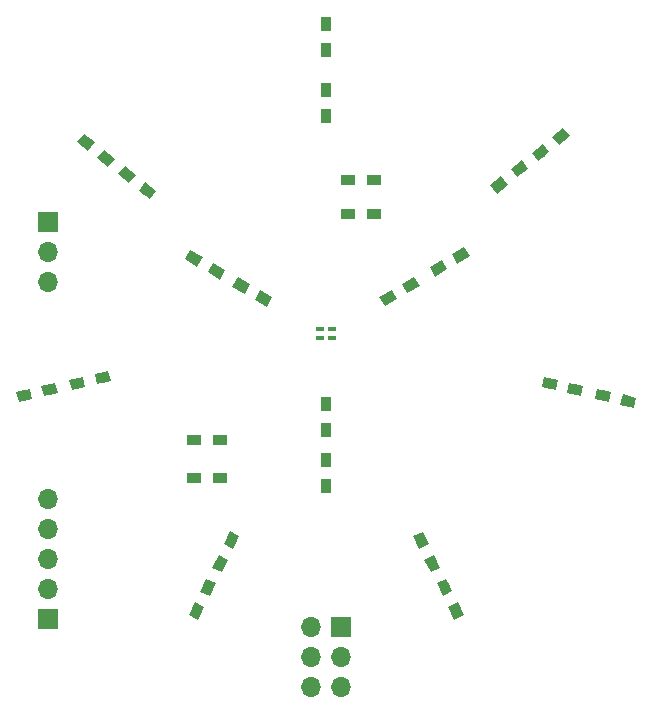
<source format=gbr>
G04 #@! TF.GenerationSoftware,KiCad,Pcbnew,(5.0.0)*
G04 #@! TF.CreationDate,2019-02-21T00:44:54+09:00*
G04 #@! TF.ProjectId,coaster,636F61737465722E6B696361645F7063,rev?*
G04 #@! TF.SameCoordinates,Original*
G04 #@! TF.FileFunction,Soldermask,Top*
G04 #@! TF.FilePolarity,Negative*
%FSLAX46Y46*%
G04 Gerber Fmt 4.6, Leading zero omitted, Abs format (unit mm)*
G04 Created by KiCad (PCBNEW (5.0.0)) date 02/21/19 00:44:54*
%MOMM*%
%LPD*%
G01*
G04 APERTURE LIST*
%ADD10O,1.700000X1.700000*%
%ADD11R,1.700000X1.700000*%
%ADD12R,0.900000X1.200000*%
%ADD13C,0.900000*%
%ADD14C,0.100000*%
%ADD15R,1.200000X0.900000*%
%ADD16R,0.650000X0.400000*%
G04 APERTURE END LIST*
D10*
G04 #@! TO.C,J2*
X131445000Y-80645000D03*
X131445000Y-78105000D03*
D11*
X131445000Y-75565000D03*
G04 #@! TD*
G04 #@! TO.C,CN1*
X156210000Y-109855000D03*
D10*
X153670000Y-109855000D03*
X156210000Y-112395000D03*
X153670000Y-112395000D03*
X156210000Y-114935000D03*
X153670000Y-114935000D03*
G04 #@! TD*
D12*
G04 #@! TO.C,D2*
X155000000Y-58800000D03*
X155000000Y-61000000D03*
G04 #@! TD*
D13*
G04 #@! TO.C,D4*
X178427336Y-90256297D03*
D14*
G36*
X179112122Y-89950409D02*
X178912729Y-90828043D01*
X177742550Y-90562185D01*
X177941943Y-89684551D01*
X179112122Y-89950409D01*
X179112122Y-89950409D01*
G37*
D13*
X180572664Y-90743703D03*
D14*
G36*
X181257450Y-90437815D02*
X181058057Y-91315449D01*
X179887878Y-91049591D01*
X180087271Y-90171957D01*
X181257450Y-90437815D01*
X181257450Y-90437815D01*
G37*
G04 #@! TD*
D13*
G04 #@! TO.C,D7*
X131571807Y-89752554D03*
D14*
G36*
X131088413Y-90325991D02*
X130885957Y-89449058D01*
X132055201Y-89179117D01*
X132257657Y-90056050D01*
X131088413Y-90325991D01*
X131088413Y-90325991D01*
G37*
D13*
X129428193Y-90247446D03*
D14*
G36*
X128944799Y-90820883D02*
X128742343Y-89943950D01*
X129911587Y-89674009D01*
X130114043Y-90550942D01*
X128944799Y-90820883D01*
X128944799Y-90820883D01*
G37*
G04 #@! TD*
D13*
G04 #@! TO.C,D8*
X134640327Y-68813732D03*
D14*
G36*
X133890669Y-68791088D02*
X134452161Y-68087720D01*
X135389985Y-68836376D01*
X134828493Y-69539744D01*
X133890669Y-68791088D01*
X133890669Y-68791088D01*
G37*
D13*
X136359673Y-70186268D03*
D14*
G36*
X135610015Y-70163624D02*
X136171507Y-69460256D01*
X137109331Y-70208912D01*
X136547839Y-70912280D01*
X135610015Y-70163624D01*
X135610015Y-70163624D01*
G37*
G04 #@! TD*
D15*
G04 #@! TO.C,D12*
X156800000Y-74850000D03*
X159000000Y-74850000D03*
G04 #@! TD*
G04 #@! TO.C,D13*
X143800000Y-94000000D03*
X146000000Y-94000000D03*
G04 #@! TD*
D12*
G04 #@! TO.C,D10~~1*
X155000000Y-93200000D03*
X155000000Y-91000000D03*
G04 #@! TD*
D13*
G04 #@! TO.C,D11~~1*
X162155256Y-80900000D03*
D14*
G36*
X161860641Y-81589711D02*
X161410641Y-80810289D01*
X162449871Y-80210289D01*
X162899871Y-80989711D01*
X161860641Y-81589711D01*
X161860641Y-81589711D01*
G37*
D13*
X160250000Y-82000000D03*
D14*
G36*
X159955385Y-82689711D02*
X159505385Y-81910289D01*
X160544615Y-81310289D01*
X160994615Y-82089711D01*
X159955385Y-82689711D01*
X159955385Y-82689711D01*
G37*
G04 #@! TD*
D13*
G04 #@! TO.C,D3~~1*
X173140327Y-69686268D03*
D14*
G36*
X173328493Y-68960256D02*
X173889985Y-69663624D01*
X172952161Y-70412280D01*
X172390669Y-69708912D01*
X173328493Y-68960256D01*
X173328493Y-68960256D01*
G37*
D13*
X174859673Y-68313732D03*
D14*
G36*
X175047839Y-67587720D02*
X175609331Y-68291088D01*
X174671507Y-69039744D01*
X174110015Y-68336376D01*
X175047839Y-67587720D01*
X175047839Y-67587720D01*
G37*
G04 #@! TD*
D13*
G04 #@! TO.C,D5~~1*
X165982208Y-108488673D03*
D14*
G36*
X166649688Y-108830682D02*
X165840773Y-109225216D01*
X165314728Y-108146664D01*
X166123643Y-107752130D01*
X166649688Y-108830682D01*
X166649688Y-108830682D01*
G37*
D13*
X165017792Y-106511327D03*
D14*
G36*
X165685272Y-106853336D02*
X164876357Y-107247870D01*
X164350312Y-106169318D01*
X165159227Y-105774784D01*
X165685272Y-106853336D01*
X165685272Y-106853336D01*
G37*
G04 #@! TD*
D13*
G04 #@! TO.C,D6~~1*
X144977025Y-106508815D03*
D14*
G36*
X145122314Y-107244608D02*
X144311345Y-106854315D01*
X144831736Y-105773022D01*
X145642705Y-106163315D01*
X145122314Y-107244608D01*
X145122314Y-107244608D01*
G37*
D13*
X144022975Y-108491185D03*
D14*
G36*
X144168264Y-109226978D02*
X143357295Y-108836685D01*
X143877686Y-107755392D01*
X144688655Y-108145685D01*
X144168264Y-109226978D01*
X144168264Y-109226978D01*
G37*
G04 #@! TD*
D13*
G04 #@! TO.C,D9~~1*
X149702628Y-82050000D03*
D14*
G36*
X150447243Y-81960289D02*
X149997243Y-82739711D01*
X148958013Y-82139711D01*
X149408013Y-81360289D01*
X150447243Y-81960289D01*
X150447243Y-81960289D01*
G37*
D13*
X147797372Y-80950000D03*
D14*
G36*
X148541987Y-80860289D02*
X148091987Y-81639711D01*
X147052757Y-81039711D01*
X147502757Y-80260289D01*
X148541987Y-80860289D01*
X148541987Y-80860289D01*
G37*
G04 #@! TD*
D11*
G04 #@! TO.C,J1*
X131445000Y-109220000D03*
D10*
X131445000Y-106680000D03*
X131445000Y-104140000D03*
X131445000Y-101600000D03*
X131445000Y-99060000D03*
G04 #@! TD*
D12*
G04 #@! TO.C,R2*
X155000000Y-64400000D03*
X155000000Y-66600000D03*
G04 #@! TD*
D13*
G04 #@! TO.C,R3*
X169640327Y-72436268D03*
D14*
G36*
X169452161Y-73162280D02*
X168890669Y-72458912D01*
X169828493Y-71710256D01*
X170389985Y-72413624D01*
X169452161Y-73162280D01*
X169452161Y-73162280D01*
G37*
D13*
X171359673Y-71063732D03*
D14*
G36*
X171171507Y-71789744D02*
X170610015Y-71086376D01*
X171547839Y-70337720D01*
X172109331Y-71041088D01*
X171171507Y-71789744D01*
X171171507Y-71789744D01*
G37*
G04 #@! TD*
D13*
G04 #@! TO.C,R4*
X176072664Y-89743703D03*
D14*
G36*
X175387878Y-90049591D02*
X175587271Y-89171957D01*
X176757450Y-89437815D01*
X176558057Y-90315449D01*
X175387878Y-90049591D01*
X175387878Y-90049591D01*
G37*
D13*
X173927336Y-89256297D03*
D14*
G36*
X173242550Y-89562185D02*
X173441943Y-88684551D01*
X174612122Y-88950409D01*
X174412729Y-89828043D01*
X173242550Y-89562185D01*
X173242550Y-89562185D01*
G37*
G04 #@! TD*
D13*
G04 #@! TO.C,R5*
X163017792Y-102511327D03*
D14*
G36*
X162350312Y-102169318D02*
X163159227Y-101774784D01*
X163685272Y-102853336D01*
X162876357Y-103247870D01*
X162350312Y-102169318D01*
X162350312Y-102169318D01*
G37*
D13*
X163982208Y-104488673D03*
D14*
G36*
X163314728Y-104146664D02*
X164123643Y-103752130D01*
X164649688Y-104830682D01*
X163840773Y-105225216D01*
X163314728Y-104146664D01*
X163314728Y-104146664D01*
G37*
G04 #@! TD*
D13*
G04 #@! TO.C,R6*
X146022975Y-104491185D03*
D14*
G36*
X145877686Y-103755392D02*
X146688655Y-104145685D01*
X146168264Y-105226978D01*
X145357295Y-104836685D01*
X145877686Y-103755392D01*
X145877686Y-103755392D01*
G37*
D13*
X146977025Y-102508815D03*
D14*
G36*
X146831736Y-101773022D02*
X147642705Y-102163315D01*
X147122314Y-103244608D01*
X146311345Y-102854315D01*
X146831736Y-101773022D01*
X146831736Y-101773022D01*
G37*
G04 #@! TD*
D13*
G04 #@! TO.C,R7*
X133928193Y-89247446D03*
D14*
G36*
X134411587Y-88674009D02*
X134614043Y-89550942D01*
X133444799Y-89820883D01*
X133242343Y-88943950D01*
X134411587Y-88674009D01*
X134411587Y-88674009D01*
G37*
D13*
X136071807Y-88752554D03*
D14*
G36*
X136555201Y-88179117D02*
X136757657Y-89056050D01*
X135588413Y-89325991D01*
X135385957Y-88449058D01*
X136555201Y-88179117D01*
X136555201Y-88179117D01*
G37*
G04 #@! TD*
D13*
G04 #@! TO.C,R8*
X139859673Y-72936268D03*
D14*
G36*
X140609331Y-72958912D02*
X140047839Y-73662280D01*
X139110015Y-72913624D01*
X139671507Y-72210256D01*
X140609331Y-72958912D01*
X140609331Y-72958912D01*
G37*
D13*
X138140327Y-71563732D03*
D14*
G36*
X138889985Y-71586376D02*
X138328493Y-72289744D01*
X137390669Y-71541088D01*
X137952161Y-70837720D01*
X138889985Y-71586376D01*
X138889985Y-71586376D01*
G37*
G04 #@! TD*
D13*
G04 #@! TO.C,R9*
X143797372Y-78650000D03*
D14*
G36*
X143052757Y-78739711D02*
X143502757Y-77960289D01*
X144541987Y-78560289D01*
X144091987Y-79339711D01*
X143052757Y-78739711D01*
X143052757Y-78739711D01*
G37*
D13*
X145702628Y-79750000D03*
D14*
G36*
X144958013Y-79839711D02*
X145408013Y-79060289D01*
X146447243Y-79660289D01*
X145997243Y-80439711D01*
X144958013Y-79839711D01*
X144958013Y-79839711D01*
G37*
G04 #@! TD*
D12*
G04 #@! TO.C,R10*
X155000000Y-95750000D03*
X155000000Y-97950000D03*
G04 #@! TD*
D13*
G04 #@! TO.C,R11*
X164500000Y-79500000D03*
D14*
G36*
X164794615Y-78810289D02*
X165244615Y-79589711D01*
X164205385Y-80189711D01*
X163755385Y-79410289D01*
X164794615Y-78810289D01*
X164794615Y-78810289D01*
G37*
D13*
X166405256Y-78400000D03*
D14*
G36*
X166699871Y-77710289D02*
X167149871Y-78489711D01*
X166110641Y-79089711D01*
X165660641Y-78310289D01*
X166699871Y-77710289D01*
X166699871Y-77710289D01*
G37*
G04 #@! TD*
D15*
G04 #@! TO.C,R12*
X156800000Y-72000000D03*
X159000000Y-72000000D03*
G04 #@! TD*
G04 #@! TO.C,R13*
X143800000Y-97250000D03*
X146000000Y-97250000D03*
G04 #@! TD*
D16*
G04 #@! TO.C,U2*
X154500000Y-84620000D03*
X154500000Y-85380000D03*
X155500000Y-84620000D03*
X155500000Y-85380000D03*
G04 #@! TD*
M02*

</source>
